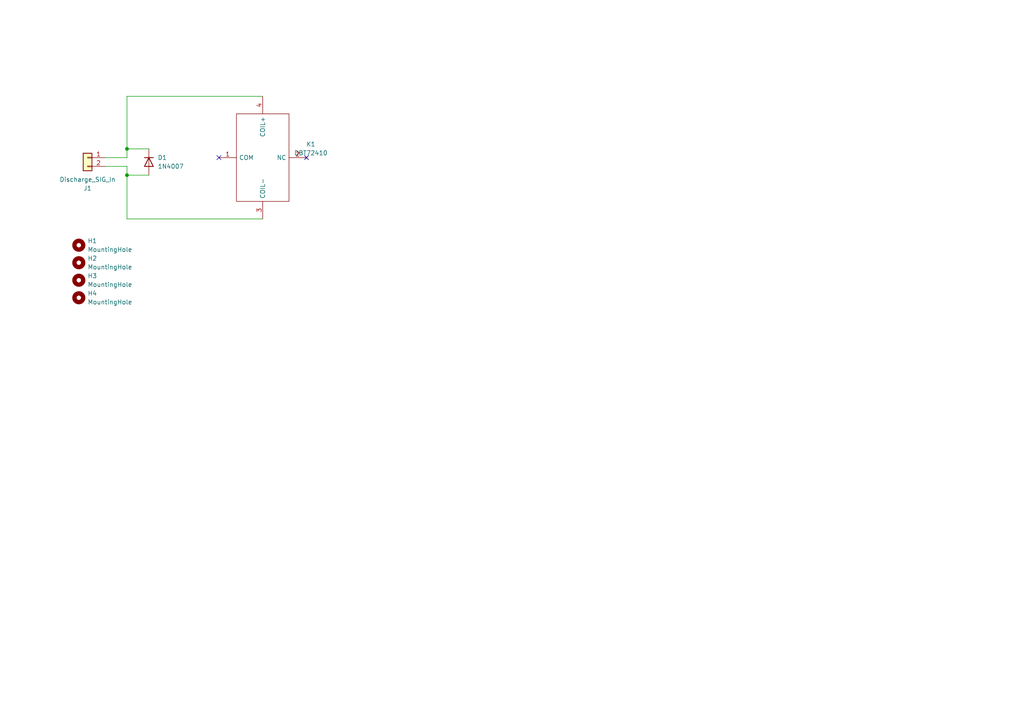
<source format=kicad_sch>
(kicad_sch (version 20230121) (generator eeschema)
  (paper "A4")
  (lib_symbols
    (symbol "Connector_Generic:Conn_01x02" (pin_names (offset 1.016) hide)
      (property "Reference" "J" (at 0 2.54 0))
      (property "Value" "Conn_01x02" (at 0 -5.08 0))
      (symbol "Conn_01x02_1_1"
        (rectangle (start -1.27 -2.413) (end 0 -2.667) (stroke (width 0.1524)))
        (rectangle (start -1.27 0.127) (end 0 -0.127) (stroke (width 0.1524)))
        (rectangle (start -1.27 1.27) (end 1.27 -3.81) (stroke (width 0.254)) (fill (type background)))
        (pin passive line (at -5.08 0 0) (length 3.81) (name "Pin_1") (number "1"))
        (pin passive line (at -5.08 -2.54 0) (length 3.81) (name "Pin_2") (number "2"))
      )
    )
    (symbol "Diode:1N4007" (pin_numbers hide) (pin_names hide)
      (property "Reference" "D" (at 0 2.54 0))
      (property "Value" "1N4007" (at 0 -2.54 0))
      (symbol "1N4007_0_1"
        (polyline (pts (xy -1.27 1.27) (xy -1.27 -1.27)) (stroke (width 0.254)))
        (polyline (pts (xy 1.27 0) (xy -1.27 0)))
        (polyline (pts (xy 1.27 1.27) (xy 1.27 -1.27) (xy -1.27 0) (xy 1.27 1.27)) (stroke (width 0.254)))
      )
      (symbol "1N4007_1_1"
        (pin passive line (at -3.81 0 0) (length 2.54) (name "K") (number "1"))
        (pin passive line (at 3.81 0 180) (length 2.54) (name "A") (number "2"))
      )
    )
    (symbol "Mechanical:MountingHole" (pin_names (offset 1.016))
      (property "Reference" "H" (at 0 5.08 0))
      (property "Value" "MountingHole" (at 0 3.175 0))
      (symbol "MountingHole_0_1"
        (circle (center 0 0) (radius 1.27) (stroke (width 1.27)))
      )
    )
    (symbol "SamacSys_Parts:DBT72410" (pin_names (offset 0.762))
      (property "Reference" "K" (at 21.59 17.78 0))
      (property "Value" "DBT72410" (at 21.59 15.24 0))
      (symbol "DBT72410_0_0"
        (pin passive line (at 0 0 0) (length 5.08) (name "COM") (number "1"))
        (pin no_connect line (at 25.4 0 180) (length 5.08) (name "NC") (number "2"))
        (pin passive line (at 12.7 -17.78 90) (length 5.08) (name "COIL-") (number "3"))
        (pin passive line (at 12.7 17.78 270) (length 5.08) (name "COIL+") (number "4"))
      )
      (symbol "DBT72410_0_1"
        (polyline (pts (xy 5.08 12.7) (xy 20.32 12.7) (xy 20.32 -12.7) (xy 5.08 -12.7) (xy 5.08 12.7)) (stroke (width 0.1524)))
      )
    )
  )
  (junction (at 36.83 50.8))
  (junction (at 36.83 43.18))
  (no_connect (at 63.5 45.72))
  (no_connect (at 88.9 45.72))
  (wire (pts (xy 36.83 45.72) (xy 30.48 45.72)))
  (wire (pts (xy 76.2 27.94) (xy 36.83 27.94)))
  (wire (pts (xy 30.48 48.26) (xy 36.83 48.26)))
  (wire (pts (xy 36.83 63.5) (xy 76.2 63.5)))
  (wire (pts (xy 36.83 43.18) (xy 43.18 43.18)))
  (wire (pts (xy 36.83 50.8) (xy 43.18 50.8)))
  (wire (pts (xy 36.83 27.94) (xy 36.83 43.18)))
  (wire (pts (xy 36.83 43.18) (xy 36.83 45.72)))
  (wire (pts (xy 36.83 50.8) (xy 36.83 63.5)))
  (wire (pts (xy 36.83 48.26) (xy 36.83 50.8)))
  (symbol (lib_id "Mechanical:MountingHole") (at 22.86 71.12 0) (unit 1)
    (property "Reference" "H1" (at 25.4 69.85 0) (effects (justify left)))
    (property "Value" "MountingHole" (at 25.4 72.39 0) (effects (justify left)))
    (property "Footprint" "MountingHole:MountingHole_4.3mm_M4_DIN965" (effects hide))
  )
  (symbol (lib_id "Diode:1N4007") (at 43.18 46.99 270) (unit 1)
    (property "Reference" "D1" (at 45.72 45.72 90) (effects (justify left)))
    (property "Value" "1N4007" (at 45.72 48.26 90) (effects (justify left)))
    (property "Footprint" "Diode_THT:D_DO-41_SOD81_P10.16mm_Horizontal" (effects hide))
    (property "Datasheet" "http://www.vishay.com/docs/88503/1n4001.pdf" (effects hide))
    (property "Sim.Device" "D" (effects hide))
    (property "Sim.Pins" "1=K 2=A" (effects hide))
  )
  (symbol (lib_id "Mechanical:MountingHole") (at 22.86 81.28 0) (unit 1)
    (property "Reference" "H3" (at 25.4 80.01 0) (effects (justify left)))
    (property "Value" "MountingHole" (at 25.4 82.55 0) (effects (justify left)))
    (property "Footprint" "MountingHole:MountingHole_4.3mm_M4_DIN965" (effects hide))
  )
  (symbol (lib_id "Mechanical:MountingHole") (at 22.86 86.36 0) (unit 1)
    (property "Reference" "H4" (at 25.4 85.09 0) (effects (justify left)))
    (property "Value" "MountingHole" (at 25.4 87.63 0) (effects (justify left)))
    (property "Footprint" "MountingHole:MountingHole_4.3mm_M4_DIN965" (effects hide))
  )
  (symbol (lib_id "Mechanical:MountingHole") (at 22.86 76.2 0) (unit 1)
    (property "Reference" "H2" (at 25.4 74.93 0) (effects (justify left)))
    (property "Value" "MountingHole" (at 25.4 77.47 0) (effects (justify left)))
    (property "Footprint" "MountingHole:MountingHole_4.3mm_M4_DIN965" (effects hide))
  )
  (symbol (lib_id "SamacSys_Parts:DBT72410") (at 63.5 45.72 0) (unit 1)
    (property "Reference" "K1" (at 90.17 41.8339 0))
    (property "Value" "DBT72410" (at 90.17 44.3739 0))
    (property "Footprint" "SamacSys_Parts:DBT72410" (effects hide))
    (property "Datasheet" "https://www.cynergy3.com/sites/default/files/cynergy3-d-pcb-v3.pdf" (effects hide))
    (property "Description" "SPST-NC Reed Relay, 2 A, 24V dc" (effects hide))
    (property "Height" "18.5" (effects hide))
    (property "Manufacturer_Name" "Cynergy3" (effects hide))
    (property "Manufacturer_Part_Number" "DBT72410" (effects hide))
  )
  (symbol (lib_id "Connector_Generic:Conn_01x02") (at 25.4 45.72 0) (mirror y) (unit 1)
    (property "Reference" "J1" (at 25.4 54.61 0))
    (property "Value" "Discharge_SIG_In" (at 25.4 52.07 0))
    (property "Footprint" "Connector_JST:JST_XH_S2B-XH-A_1x02_P2.50mm_Horizontal" (effects hide))
  )
)
</source>
